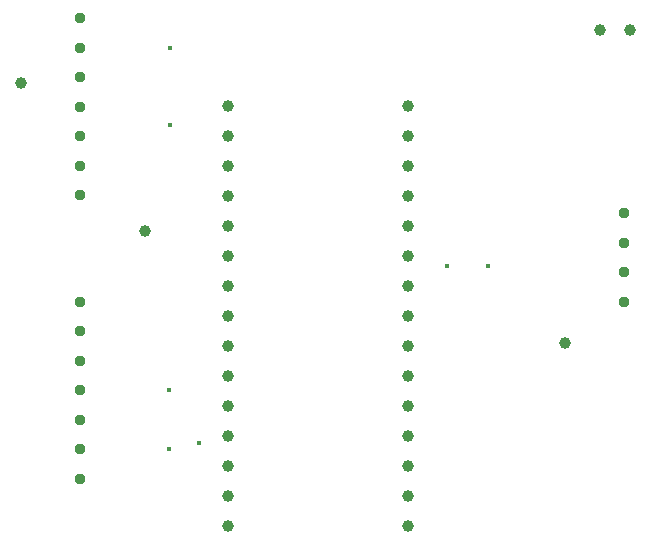
<source format=gbr>
%TF.GenerationSoftware,KiCad,Pcbnew,8.0.1*%
%TF.CreationDate,2024-05-22T11:11:56+02:00*%
%TF.ProjectId,Slave,536c6176-652e-46b6-9963-61645f706362,rev?*%
%TF.SameCoordinates,Original*%
%TF.FileFunction,Plated,1,2,PTH,Drill*%
%TF.FilePolarity,Positive*%
%FSLAX46Y46*%
G04 Gerber Fmt 4.6, Leading zero omitted, Abs format (unit mm)*
G04 Created by KiCad (PCBNEW 8.0.1) date 2024-05-22 11:11:56*
%MOMM*%
%LPD*%
G01*
G04 APERTURE LIST*
%TA.AperFunction,ViaDrill*%
%ADD10C,0.400000*%
%TD*%
%TA.AperFunction,ComponentDrill*%
%ADD11C,0.950000*%
%TD*%
%TA.AperFunction,ViaDrill*%
%ADD12C,1.000000*%
%TD*%
%TA.AperFunction,ComponentDrill*%
%ADD13C,1.000000*%
%TD*%
G04 APERTURE END LIST*
D10*
X117500000Y-89500000D03*
X117500000Y-94500000D03*
X117600000Y-60500000D03*
X117600000Y-67000000D03*
X120000000Y-94000000D03*
X141000000Y-79000000D03*
X144500000Y-79000000D03*
D11*
%TO.C,J3*%
X110000000Y-58000000D03*
X110000000Y-60500000D03*
X110000000Y-63000000D03*
X110000000Y-65500000D03*
X110000000Y-68000000D03*
X110000000Y-70500000D03*
X110000000Y-73000000D03*
%TO.C,J1*%
X110000000Y-82000000D03*
X110000000Y-84500000D03*
X110000000Y-87000000D03*
X110000000Y-89500000D03*
X110000000Y-92000000D03*
X110000000Y-94500000D03*
X110000000Y-97000000D03*
%TO.C,J6*%
X156000000Y-74500000D03*
X156000000Y-77000000D03*
X156000000Y-79500000D03*
X156000000Y-82000000D03*
%TD*%
D12*
X105000000Y-63500000D03*
X115500000Y-76000000D03*
X151000000Y-85500000D03*
D13*
%TO.C,A1*%
X122500000Y-65440000D03*
X122500000Y-67980000D03*
X122500000Y-70520000D03*
X122500000Y-73060000D03*
X122500000Y-75600000D03*
X122500000Y-78140000D03*
X122500000Y-80680000D03*
X122500000Y-83220000D03*
X122500000Y-85760000D03*
X122500000Y-88300000D03*
X122500000Y-90840000D03*
X122500000Y-93380000D03*
X122500000Y-95920000D03*
X122500000Y-98460000D03*
X122500000Y-101000000D03*
X137740000Y-65440000D03*
X137740000Y-67980000D03*
X137740000Y-70520000D03*
X137740000Y-73060000D03*
X137740000Y-75600000D03*
X137740000Y-78140000D03*
X137740000Y-80680000D03*
X137740000Y-83220000D03*
X137740000Y-85760000D03*
X137740000Y-88300000D03*
X137740000Y-90840000D03*
X137740000Y-93380000D03*
X137740000Y-95920000D03*
X137740000Y-98460000D03*
X137740000Y-101000000D03*
%TO.C,J2*%
X154000000Y-59000000D03*
X156500000Y-59000000D03*
M02*

</source>
